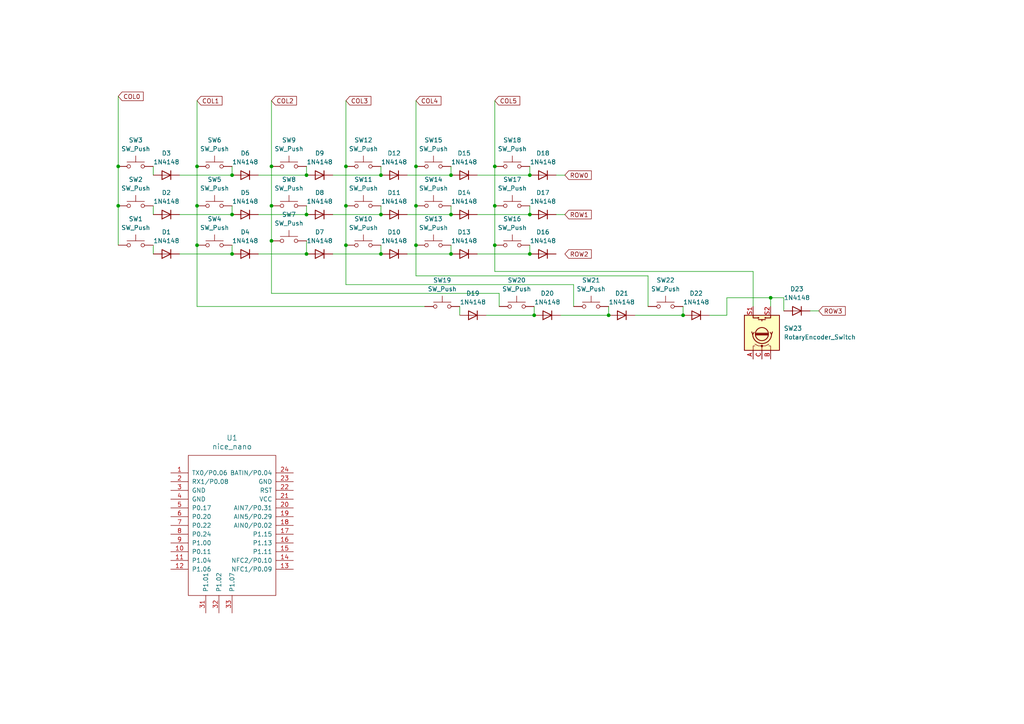
<source format=kicad_sch>
(kicad_sch (version 20231120) (generator "eeschema") (generator_version "8.0")
  (paper "A4")
  (lib_symbols
    (symbol "Device:RotaryEncoder_Switch" (pin_names (offset 0.254) hide)
      (property "Reference" "SW" (at 0 6.604 0))
      (property "Value" "RotaryEncoder_Switch" (at 0 -6.604 0))
      (symbol "RotaryEncoder_Switch_0_1"
        (rectangle (start -5.08 5.08) (end 5.08 -5.08) (stroke (width 0.254)) (fill (type background)))
        (circle (center -3.81 0) (radius 0.254) (fill (type outline)))
        (circle (center -0.381 0) (radius 1.905) (stroke (width 0.254)))
        (arc (start -0.381 2.667) (mid -3.0988 -0.0635) (end -0.381 -2.794) (stroke (width 0.254)))
        (polyline (pts (xy -0.635 -1.778) (xy -0.635 1.778)) (stroke (width 0.254)))
        (polyline (pts (xy -0.381 -1.778) (xy -0.381 1.778)) (stroke (width 0.254)))
        (polyline (pts (xy -0.127 1.778) (xy -0.127 -1.778)) (stroke (width 0.254)))
        (polyline (pts (xy 3.81 0) (xy 3.429 0)) (stroke (width 0.254)))
        (polyline (pts (xy 3.81 1.016) (xy 3.81 -1.016)) (stroke (width 0.254)))
        (polyline (pts (xy -5.08 -2.54) (xy -3.81 -2.54) (xy -3.81 -2.032)))
        (polyline (pts (xy -5.08 2.54) (xy -3.81 2.54) (xy -3.81 2.032)))
        (polyline (pts (xy 0.254 -3.048) (xy -0.508 -2.794) (xy 0.127 -2.413)) (stroke (width 0.254)))
        (polyline (pts (xy 0.254 2.921) (xy -0.508 2.667) (xy 0.127 2.286)) (stroke (width 0.254)))
        (polyline (pts (xy 5.08 -2.54) (xy 4.318 -2.54) (xy 4.318 -1.016)) (stroke (width 0.254)))
        (polyline (pts (xy 5.08 2.54) (xy 4.318 2.54) (xy 4.318 1.016)) (stroke (width 0.254)))
        (polyline (pts (xy -5.08 0) (xy -3.81 0) (xy -3.81 -1.016) (xy -3.302 -2.032)))
        (polyline (pts (xy -4.318 0) (xy -3.81 0) (xy -3.81 1.016) (xy -3.302 2.032)))
        (circle (center 4.318 -1.016) (radius 0.127) (stroke (width 0.254)))
        (circle (center 4.318 1.016) (radius 0.127) (stroke (width 0.254)))
      )
      (symbol "RotaryEncoder_Switch_1_1"
        (pin passive line (at -7.62 2.54 0) (length 2.54) (name "A") (number "A"))
        (pin passive line (at -7.62 -2.54 0) (length 2.54) (name "B") (number "B"))
        (pin passive line (at -7.62 0 0) (length 2.54) (name "C") (number "C"))
        (pin passive line (at 7.62 2.54 180) (length 2.54) (name "S1") (number "S1"))
        (pin passive line (at 7.62 -2.54 180) (length 2.54) (name "S2") (number "S2"))
      )
    )
    (symbol "Diode:1N4148" (pin_numbers hide) (pin_names hide)
      (property "Reference" "D" (at 0 2.54 0))
      (property "Value" "1N4148" (at 0 -2.54 0))
      (symbol "1N4148_0_1"
        (polyline (pts (xy -1.27 1.27) (xy -1.27 -1.27)) (stroke (width 0.254)))
        (polyline (pts (xy 1.27 0) (xy -1.27 0)))
        (polyline (pts (xy 1.27 1.27) (xy 1.27 -1.27) (xy -1.27 0) (xy 1.27 1.27)) (stroke (width 0.254)))
      )
      (symbol "1N4148_1_1"
        (pin passive line (at -3.81 0 0) (length 2.54) (name "K") (number "1"))
        (pin passive line (at 3.81 0 180) (length 2.54) (name "A") (number "2"))
      )
    )
    (symbol "Switch:SW_Push" (pin_numbers hide) (pin_names (offset 1.016) hide)
      (property "Reference" "SW" (at 1.27 2.54 0))
      (property "Value" "SW_Push" (at 0 -1.524 0))
      (symbol "SW_Push_0_1"
        (circle (center -2.032 0) (radius 0.508))
        (polyline (pts (xy 0 1.27) (xy 0 3.048)))
        (polyline (pts (xy 2.54 1.27) (xy -2.54 1.27)))
        (circle (center 2.032 0) (radius 0.508))
        (pin passive line (at -5.08 0 0) (length 2.54) (name "1") (number "1"))
        (pin passive line (at 5.08 0 180) (length 2.54) (name "2") (number "2"))
      )
    )
    (symbol "nice!nano:nice_nano" (pin_names (offset 1.016))
      (property "Reference" "U" (at 0 0 0))
      (property "Value" "nice_nano" (at 0 2.54 0))
      (symbol "nice_nano_0_1"
        (rectangle (start -12.7 -21.59) (end 12.7 19.05))
      )
      (symbol "nice_nano_1_1"
        (pin input line (at -17.78 13.97 0) (length 5.08) (name "TX0/P0.06") (number "1"))
        (pin input line (at -17.78 -8.89 0) (length 5.08) (name "P0.11") (number "10"))
        (pin input line (at -17.78 -11.43 0) (length 5.08) (name "P1.04") (number "11"))
        (pin input line (at -17.78 -13.97 0) (length 5.08) (name "P1.06") (number "12"))
        (pin input line (at 17.78 -13.97 180) (length 5.08) (name "NFC1/P0.09") (number "13"))
        (pin input line (at 17.78 -11.43 180) (length 5.08) (name "NFC2/P0.10") (number "14"))
        (pin input line (at 17.78 -8.89 180) (length 5.08) (name "P1.11") (number "15"))
        (pin input line (at 17.78 -6.35 180) (length 5.08) (name "P1.13") (number "16"))
        (pin input line (at 17.78 -3.81 180) (length 5.08) (name "P1.15") (number "17"))
        (pin input line (at 17.78 -1.27 180) (length 5.08) (name "AIN0/P0.02") (number "18"))
        (pin input line (at 17.78 1.27 180) (length 5.08) (name "AIN5/P0.29") (number "19"))
        (pin input line (at -17.78 11.43 0) (length 5.08) (name "RX1/P0.08") (number "2"))
        (pin input line (at 17.78 3.81 180) (length 5.08) (name "AIN7/P0.31") (number "20"))
        (pin input line (at 17.78 6.35 180) (length 5.08) (name "VCC") (number "21"))
        (pin input line (at 17.78 8.89 180) (length 5.08) (name "RST") (number "22"))
        (pin input line (at 17.78 11.43 180) (length 5.08) (name "GND") (number "23"))
        (pin input line (at 17.78 13.97 180) (length 5.08) (name "BATIN/P0.04") (number "24"))
        (pin input line (at -17.78 8.89 0) (length 5.08) (name "GND") (number "3"))
        (pin input line (at -7.62 -26.67 90) (length 5.08) (name "P1.01") (number "31"))
        (pin input line (at -3.81 -26.67 90) (length 5.08) (name "P1.02") (number "32"))
        (pin input line (at 0 -26.67 90) (length 5.08) (name "P1.07") (number "33"))
        (pin input line (at -17.78 6.35 0) (length 5.08) (name "GND") (number "4"))
        (pin input line (at -17.78 3.81 0) (length 5.08) (name "P0.17") (number "5"))
        (pin input line (at -17.78 1.27 0) (length 5.08) (name "P0.20") (number "6"))
        (pin input line (at -17.78 -1.27 0) (length 5.08) (name "P0.22") (number "7"))
        (pin input line (at -17.78 -3.81 0) (length 5.08) (name "P0.24") (number "8"))
        (pin input line (at -17.78 -6.35 0) (length 5.08) (name "P1.00") (number "9"))
      )
    )
  )
  (junction (at 153.67 50.8))
  (junction (at 120.65 48.26))
  (junction (at 130.81 73.66))
  (junction (at 88.9 73.66))
  (junction (at 78.74 48.26))
  (junction (at 100.33 71.12))
  (junction (at 198.12 91.44))
  (junction (at 100.33 48.26))
  (junction (at 34.29 59.69))
  (junction (at 88.9 50.8))
  (junction (at 57.15 48.26))
  (junction (at 67.31 62.23))
  (junction (at 223.52 86.36))
  (junction (at 110.49 62.23))
  (junction (at 130.81 50.8))
  (junction (at 130.81 62.23))
  (junction (at 176.53 91.44))
  (junction (at 34.29 48.26))
  (junction (at 153.67 73.66))
  (junction (at 154.94 91.44))
  (junction (at 110.49 73.66))
  (junction (at 143.51 59.69))
  (junction (at 78.74 59.69))
  (junction (at 143.51 71.12))
  (junction (at 153.67 62.23))
  (junction (at 120.65 59.69))
  (junction (at 57.15 59.69))
  (junction (at 67.31 50.8))
  (junction (at 88.9 62.23))
  (junction (at 143.51 48.26))
  (junction (at 120.65 71.12))
  (junction (at 78.74 69.85))
  (junction (at 100.33 59.69))
  (junction (at 67.31 73.66))
  (junction (at 110.49 50.8))
  (junction (at 57.15 71.12))
  (wire (pts (xy 162.56 91.44) (xy 176.53 91.44)))
  (wire (pts (xy 223.52 86.36) (xy 227.33 86.36)))
  (wire (pts (xy 138.43 50.8) (xy 153.67 50.8)))
  (wire (pts (xy 110.49 48.26) (xy 110.49 50.8)))
  (wire (pts (xy 57.15 88.9) (xy 123.19 88.9)))
  (wire (pts (xy 143.51 29.21) (xy 143.51 48.26)))
  (wire (pts (xy 120.65 71.12) (xy 120.65 80.01)))
  (wire (pts (xy 88.9 48.26) (xy 88.9 50.8)))
  (wire (pts (xy 57.15 59.69) (xy 57.15 71.12)))
  (wire (pts (xy 52.07 50.8) (xy 67.31 50.8)))
  (wire (pts (xy 52.07 62.23) (xy 67.31 62.23)))
  (wire (pts (xy 143.51 59.69) (xy 143.51 71.12)))
  (wire (pts (xy 130.81 48.26) (xy 130.81 50.8)))
  (wire (pts (xy 118.11 62.23) (xy 130.81 62.23)))
  (wire (pts (xy 100.33 59.69) (xy 100.33 71.12)))
  (wire (pts (xy 223.52 86.36) (xy 223.52 88.9)))
  (wire (pts (xy 34.29 27.94) (xy 34.29 48.26)))
  (wire (pts (xy 34.29 48.26) (xy 34.29 59.69)))
  (wire (pts (xy 67.31 48.26) (xy 67.31 50.8)))
  (wire (pts (xy 67.31 59.69) (xy 67.31 62.23)))
  (wire (pts (xy 88.9 59.69) (xy 88.9 62.23)))
  (wire (pts (xy 118.11 50.8) (xy 130.81 50.8)))
  (wire (pts (xy 133.35 88.9) (xy 133.35 91.44)))
  (wire (pts (xy 78.74 59.69) (xy 78.74 69.85)))
  (wire (pts (xy 227.33 86.36) (xy 227.33 90.17)))
  (wire (pts (xy 153.67 48.26) (xy 153.67 50.8)))
  (wire (pts (xy 234.95 90.17) (xy 237.49 90.17)))
  (wire (pts (xy 57.15 29.21) (xy 57.15 48.26)))
  (wire (pts (xy 198.12 88.9) (xy 198.12 91.44)))
  (wire (pts (xy 110.49 71.12) (xy 110.49 73.66)))
  (wire (pts (xy 143.51 78.74) (xy 218.44 78.74)))
  (wire (pts (xy 52.07 73.66) (xy 67.31 73.66)))
  (wire (pts (xy 184.15 91.44) (xy 198.12 91.44)))
  (wire (pts (xy 187.96 80.01) (xy 187.96 88.9)))
  (wire (pts (xy 74.93 73.66) (xy 88.9 73.66)))
  (wire (pts (xy 161.29 62.23) (xy 163.83 62.23)))
  (wire (pts (xy 78.74 69.85) (xy 78.74 85.09)))
  (wire (pts (xy 96.52 62.23) (xy 110.49 62.23)))
  (wire (pts (xy 210.82 91.44) (xy 210.82 86.36)))
  (wire (pts (xy 130.81 71.12) (xy 130.81 73.66)))
  (wire (pts (xy 74.93 62.23) (xy 88.9 62.23)))
  (wire (pts (xy 44.45 71.12) (xy 44.45 73.66)))
  (wire (pts (xy 120.65 80.01) (xy 187.96 80.01)))
  (wire (pts (xy 144.78 85.09) (xy 144.78 88.9)))
  (wire (pts (xy 57.15 71.12) (xy 57.15 88.9)))
  (wire (pts (xy 44.45 59.69) (xy 44.45 62.23)))
  (wire (pts (xy 138.43 73.66) (xy 153.67 73.66)))
  (wire (pts (xy 120.65 48.26) (xy 120.65 59.69)))
  (wire (pts (xy 143.51 71.12) (xy 143.51 78.74)))
  (wire (pts (xy 110.49 59.69) (xy 110.49 62.23)))
  (wire (pts (xy 100.33 82.55) (xy 166.37 82.55)))
  (wire (pts (xy 176.53 88.9) (xy 176.53 91.44)))
  (wire (pts (xy 166.37 82.55) (xy 166.37 88.9)))
  (wire (pts (xy 67.31 71.12) (xy 67.31 73.66)))
  (wire (pts (xy 153.67 59.69) (xy 153.67 62.23)))
  (wire (pts (xy 100.33 48.26) (xy 100.33 59.69)))
  (wire (pts (xy 78.74 85.09) (xy 144.78 85.09)))
  (wire (pts (xy 100.33 29.21) (xy 100.33 48.26)))
  (wire (pts (xy 118.11 73.66) (xy 130.81 73.66)))
  (wire (pts (xy 120.65 29.21) (xy 120.65 48.26)))
  (wire (pts (xy 205.74 91.44) (xy 210.82 91.44)))
  (wire (pts (xy 138.43 62.23) (xy 153.67 62.23)))
  (wire (pts (xy 100.33 71.12) (xy 100.33 82.55)))
  (wire (pts (xy 44.45 48.26) (xy 44.45 50.8)))
  (wire (pts (xy 78.74 29.21) (xy 78.74 48.26)))
  (wire (pts (xy 143.51 48.26) (xy 143.51 59.69)))
  (wire (pts (xy 161.29 50.8) (xy 163.83 50.8)))
  (wire (pts (xy 153.67 71.12) (xy 153.67 73.66)))
  (wire (pts (xy 78.74 48.26) (xy 78.74 59.69)))
  (wire (pts (xy 34.29 59.69) (xy 34.29 71.12)))
  (wire (pts (xy 96.52 50.8) (xy 110.49 50.8)))
  (wire (pts (xy 88.9 69.85) (xy 88.9 73.66)))
  (wire (pts (xy 57.15 48.26) (xy 57.15 59.69)))
  (wire (pts (xy 120.65 59.69) (xy 120.65 71.12)))
  (wire (pts (xy 96.52 73.66) (xy 110.49 73.66)))
  (wire (pts (xy 154.94 88.9) (xy 154.94 91.44)))
  (wire (pts (xy 210.82 86.36) (xy 223.52 86.36)))
  (wire (pts (xy 130.81 59.69) (xy 130.81 62.23)))
  (wire (pts (xy 218.44 78.74) (xy 218.44 88.9)))
  (wire (pts (xy 140.97 91.44) (xy 154.94 91.44)))
  (wire (pts (xy 74.93 50.8) (xy 88.9 50.8)))
  (global_label "ROW3" (shape input) (at 237.49 90.17 0) (property "Intersheetrefs" "${INTERSHEET_REFS}" (effects (hide yes))))
  (global_label "COL2" (shape input) (at 78.74 29.21 0) (property "Intersheetrefs" "${INTERSHEET_REFS}" (effects (hide yes))))
  (global_label "COL0" (shape input) (at 34.29 27.94 0) (property "Intersheetrefs" "${INTERSHEET_REFS}" (effects (hide yes))))
  (global_label "COL5" (shape input) (at 143.51 29.21 0) (property "Intersheetrefs" "${INTERSHEET_REFS}" (effects (hide yes))))
  (global_label "ROW1" (shape input) (at 163.83 62.23 0) (property "Intersheetrefs" "${INTERSHEET_REFS}" (effects (hide yes))))
  (global_label "ROW2" (shape input) (at 163.83 73.66 0) (property "Intersheetrefs" "${INTERSHEET_REFS}" (effects (hide yes))))
  (global_label "COL3" (shape input) (at 100.33 29.21 0) (property "Intersheetrefs" "${INTERSHEET_REFS}" (effects (hide yes))))
  (global_label "ROW0" (shape input) (at 163.83 50.8 0) (property "Intersheetrefs" "${INTERSHEET_REFS}" (effects (hide yes))))
  (global_label "COL1" (shape input) (at 57.15 29.21 0) (property "Intersheetrefs" "${INTERSHEET_REFS}" (effects (hide yes))))
  (global_label "COL4" (shape input) (at 120.65 29.21 0) (property "Intersheetrefs" "${INTERSHEET_REFS}" (effects (hide yes))))
  (symbol (lib_id "Switch:SW_Push") (at 125.73 71.12 0) (unit 1)
    (property "Reference" "SW13" (at 125.73 63.5 0))
    (property "Value" "SW_Push" (at 125.73 66.04 0))
    (property "Footprint" "mx_switches:Kailh_socket_MX_reversible" (effects (hide yes)))
    (property "Description" "Push button switch, generic, two pins" (effects (hide yes)))
  )
  (symbol (lib_id "Diode:1N4148") (at 114.3 73.66 180) (unit 1)
    (property "Reference" "D10" (at 114.3 67.31 0))
    (property "Value" "1N4148" (at 114.3 69.85 0))
    (property "Footprint" "Diode_THT:D_DO-35_SOD27_P7.62mm_Horizontal" (effects (hide yes)))
    (property "Datasheet" "https://assets.nexperia.com/documents/data-sheet/1N4148_1N4448.pdf" (effects (hide yes)))
    (property "Description" "100V 0.15A standard switching diode, DO-35" (effects (hide yes)))
    (property "Sim.Device" "D" (effects (hide yes)))
    (property "Sim.Pins" "1=K 2=A" (effects (hide yes)))
  )
  (symbol (lib_id "Switch:SW_Push") (at 83.82 69.85 0) (unit 1)
    (property "Reference" "SW7" (at 83.82 62.23 0))
    (property "Value" "SW_Push" (at 83.82 64.77 0))
    (property "Footprint" "mx_switches:Kailh_socket_MX_reversible" (effects (hide yes)))
    (property "Description" "Push button switch, generic, two pins" (effects (hide yes)))
  )
  (symbol (lib_id "Switch:SW_Push") (at 62.23 71.12 0) (unit 1)
    (property "Reference" "SW4" (at 62.23 63.5 0))
    (property "Value" "SW_Push" (at 62.23 66.04 0))
    (property "Footprint" "mx_switches:Kailh_socket_MX_reversible" (effects (hide yes)))
    (property "Description" "Push button switch, generic, two pins" (effects (hide yes)))
  )
  (symbol (lib_id "Diode:1N4148") (at 92.71 73.66 180) (unit 1)
    (property "Reference" "D7" (at 92.71 67.31 0))
    (property "Value" "1N4148" (at 92.71 69.85 0))
    (property "Footprint" "Diode_THT:D_DO-35_SOD27_P7.62mm_Horizontal" (effects (hide yes)))
    (property "Datasheet" "https://assets.nexperia.com/documents/data-sheet/1N4148_1N4448.pdf" (effects (hide yes)))
    (property "Description" "100V 0.15A standard switching diode, DO-35" (effects (hide yes)))
    (property "Sim.Device" "D" (effects (hide yes)))
    (property "Sim.Pins" "1=K 2=A" (effects (hide yes)))
  )
  (symbol (lib_id "Switch:SW_Push") (at 39.37 71.12 0) (unit 1)
    (property "Reference" "SW1" (at 39.37 63.5 0))
    (property "Value" "SW_Push" (at 39.37 66.04 0))
    (property "Footprint" "mx_switches:Kailh_socket_MX_reversible" (effects (hide yes)))
    (property "Description" "Push button switch, generic, two pins" (effects (hide yes)))
  )
  (symbol (lib_id "Switch:SW_Push") (at 105.41 48.26 0) (unit 1)
    (property "Reference" "SW12" (at 105.41 40.64 0))
    (property "Value" "SW_Push" (at 105.41 43.18 0))
    (property "Footprint" "mx_switches:Kailh_socket_MX_reversible" (effects (hide yes)))
    (property "Description" "Push button switch, generic, two pins" (effects (hide yes)))
  )
  (symbol (lib_id "Diode:1N4148") (at 231.14 90.17 180) (unit 1)
    (property "Reference" "D23" (at 231.14 83.82 0))
    (property "Value" "1N4148" (at 231.14 86.36 0))
    (property "Footprint" "Diode_THT:D_DO-35_SOD27_P7.62mm_Horizontal" (effects (hide yes)))
    (property "Datasheet" "https://assets.nexperia.com/documents/data-sheet/1N4148_1N4448.pdf" (effects (hide yes)))
    (property "Description" "100V 0.15A standard switching diode, DO-35" (effects (hide yes)))
    (property "Sim.Device" "D" (effects (hide yes)))
    (property "Sim.Pins" "1=K 2=A" (effects (hide yes)))
  )
  (symbol (lib_id "Switch:SW_Push") (at 39.37 59.69 0) (unit 1)
    (property "Reference" "SW2" (at 39.37 52.07 0))
    (property "Value" "SW_Push" (at 39.37 54.61 0))
    (property "Footprint" "mx_switches:Kailh_socket_MX_reversible" (effects (hide yes)))
    (property "Description" "Push button switch, generic, two pins" (effects (hide yes)))
  )
  (symbol (lib_id "Diode:1N4148") (at 158.75 91.44 180) (unit 1)
    (property "Reference" "D20" (at 158.75 85.09 0))
    (property "Value" "1N4148" (at 158.75 87.63 0))
    (property "Footprint" "Diode_THT:D_DO-35_SOD27_P7.62mm_Horizontal" (effects (hide yes)))
    (property "Datasheet" "https://assets.nexperia.com/documents/data-sheet/1N4148_1N4448.pdf" (effects (hide yes)))
    (property "Description" "100V 0.15A standard switching diode, DO-35" (effects (hide yes)))
    (property "Sim.Device" "D" (effects (hide yes)))
    (property "Sim.Pins" "1=K 2=A" (effects (hide yes)))
  )
  (symbol (lib_id "Switch:SW_Push") (at 62.23 59.69 0) (unit 1)
    (property "Reference" "SW5" (at 62.23 52.07 0))
    (property "Value" "SW_Push" (at 62.23 54.61 0))
    (property "Footprint" "mx_switches:Kailh_socket_MX_reversible" (effects (hide yes)))
    (property "Description" "Push button switch, generic, two pins" (effects (hide yes)))
  )
  (symbol (lib_id "Diode:1N4148") (at 71.12 62.23 180) (unit 1)
    (property "Reference" "D5" (at 71.12 55.88 0))
    (property "Value" "1N4148" (at 71.12 58.42 0))
    (property "Footprint" "Diode_THT:D_DO-35_SOD27_P7.62mm_Horizontal" (effects (hide yes)))
    (property "Datasheet" "https://assets.nexperia.com/documents/data-sheet/1N4148_1N4448.pdf" (effects (hide yes)))
    (property "Description" "100V 0.15A standard switching diode, DO-35" (effects (hide yes)))
    (property "Sim.Device" "D" (effects (hide yes)))
    (property "Sim.Pins" "1=K 2=A" (effects (hide yes)))
  )
  (symbol (lib_id "Switch:SW_Push") (at 83.82 48.26 0) (unit 1)
    (property "Reference" "SW9" (at 83.82 40.64 0))
    (property "Value" "SW_Push" (at 83.82 43.18 0))
    (property "Footprint" "mx_switches:Kailh_socket_MX_reversible" (effects (hide yes)))
    (property "Description" "Push button switch, generic, two pins" (effects (hide yes)))
  )
  (symbol (lib_id "Diode:1N4148") (at 48.26 50.8 180) (unit 1)
    (property "Reference" "D3" (at 48.26 44.45 0))
    (property "Value" "1N4148" (at 48.26 46.99 0))
    (property "Footprint" "Diode_THT:D_DO-35_SOD27_P7.62mm_Horizontal" (effects (hide yes)))
    (property "Datasheet" "https://assets.nexperia.com/documents/data-sheet/1N4148_1N4448.pdf" (effects (hide yes)))
    (property "Description" "100V 0.15A standard switching diode, DO-35" (effects (hide yes)))
    (property "Sim.Device" "D" (effects (hide yes)))
    (property "Sim.Pins" "1=K 2=A" (effects (hide yes)))
  )
  (symbol (lib_id "Switch:SW_Push") (at 148.59 59.69 0) (unit 1)
    (property "Reference" "SW17" (at 148.59 52.07 0))
    (property "Value" "SW_Push" (at 148.59 54.61 0))
    (property "Footprint" "mx_switches:Kailh_socket_MX_reversible" (effects (hide yes)))
    (property "Description" "Push button switch, generic, two pins" (effects (hide yes)))
  )
  (symbol (lib_id "Diode:1N4148") (at 201.93 91.44 180) (unit 1)
    (property "Reference" "D22" (at 201.93 85.09 0))
    (property "Value" "1N4148" (at 201.93 87.63 0))
    (property "Footprint" "Diode_THT:D_DO-35_SOD27_P7.62mm_Horizontal" (effects (hide yes)))
    (property "Datasheet" "https://assets.nexperia.com/documents/data-sheet/1N4148_1N4448.pdf" (effects (hide yes)))
    (property "Description" "100V 0.15A standard switching diode, DO-35" (effects (hide yes)))
    (property "Sim.Device" "D" (effects (hide yes)))
    (property "Sim.Pins" "1=K 2=A" (effects (hide yes)))
  )
  (symbol (lib_id "Switch:SW_Push") (at 149.86 88.9 0) (unit 1)
    (property "Reference" "SW20" (at 149.86 81.28 0))
    (property "Value" "SW_Push" (at 149.86 83.82 0))
    (property "Footprint" "mx_switches:Kailh_socket_MX_reversible" (effects (hide yes)))
    (property "Description" "Push button switch, generic, two pins" (effects (hide yes)))
  )
  (symbol (lib_id "Switch:SW_Push") (at 171.45 88.9 0) (unit 1)
    (property "Reference" "SW21" (at 171.45 81.28 0))
    (property "Value" "SW_Push" (at 171.45 83.82 0))
    (property "Footprint" "mx_switches:Kailh_socket_MX_reversible" (effects (hide yes)))
    (property "Description" "Push button switch, generic, two pins" (effects (hide yes)))
  )
  (symbol (lib_id "Diode:1N4148") (at 134.62 73.66 180) (unit 1)
    (property "Reference" "D13" (at 134.62 67.31 0))
    (property "Value" "1N4148" (at 134.62 69.85 0))
    (property "Footprint" "Diode_THT:D_DO-35_SOD27_P7.62mm_Horizontal" (effects (hide yes)))
    (property "Datasheet" "https://assets.nexperia.com/documents/data-sheet/1N4148_1N4448.pdf" (effects (hide yes)))
    (property "Description" "100V 0.15A standard switching diode, DO-35" (effects (hide yes)))
    (property "Sim.Device" "D" (effects (hide yes)))
    (property "Sim.Pins" "1=K 2=A" (effects (hide yes)))
  )
  (symbol (lib_id "Diode:1N4148") (at 157.48 73.66 180) (unit 1)
    (property "Reference" "D16" (at 157.48 67.31 0))
    (property "Value" "1N4148" (at 157.48 69.85 0))
    (property "Footprint" "Diode_THT:D_DO-35_SOD27_P7.62mm_Horizontal" (effects (hide yes)))
    (property "Datasheet" "https://assets.nexperia.com/documents/data-sheet/1N4148_1N4448.pdf" (effects (hide yes)))
    (property "Description" "100V 0.15A standard switching diode, DO-35" (effects (hide yes)))
    (property "Sim.Device" "D" (effects (hide yes)))
    (property "Sim.Pins" "1=K 2=A" (effects (hide yes)))
  )
  (symbol (lib_id "Diode:1N4148") (at 71.12 73.66 180) (unit 1)
    (property "Reference" "D4" (at 71.12 67.31 0))
    (property "Value" "1N4148" (at 71.12 69.85 0))
    (property "Footprint" "Diode_THT:D_DO-35_SOD27_P7.62mm_Horizontal" (effects (hide yes)))
    (property "Datasheet" "https://assets.nexperia.com/documents/data-sheet/1N4148_1N4448.pdf" (effects (hide yes)))
    (property "Description" "100V 0.15A standard switching diode, DO-35" (effects (hide yes)))
    (property "Sim.Device" "D" (effects (hide yes)))
    (property "Sim.Pins" "1=K 2=A" (effects (hide yes)))
  )
  (symbol (lib_id "Switch:SW_Push") (at 193.04 88.9 0) (unit 1)
    (property "Reference" "SW22" (at 193.04 81.28 0))
    (property "Value" "SW_Push" (at 193.04 83.82 0))
    (property "Footprint" "mx_switches:Kailh_socket_MX_reversible" (effects (hide yes)))
    (property "Description" "Push button switch, generic, two pins" (effects (hide yes)))
  )
  (symbol (lib_id "Switch:SW_Push") (at 148.59 71.12 0) (unit 1)
    (property "Reference" "SW16" (at 148.59 63.5 0))
    (property "Value" "SW_Push" (at 148.59 66.04 0))
    (property "Footprint" "mx_switches:Kailh_socket_MX_reversible" (effects (hide yes)))
    (property "Description" "Push button switch, generic, two pins" (effects (hide yes)))
  )
  (symbol (lib_id "Diode:1N4148") (at 137.16 91.44 180) (unit 1)
    (property "Reference" "D19" (at 137.16 85.09 0))
    (property "Value" "1N4148" (at 137.16 87.63 0))
    (property "Footprint" "Diode_THT:D_DO-35_SOD27_P7.62mm_Horizontal" (effects (hide yes)))
    (property "Datasheet" "https://assets.nexperia.com/documents/data-sheet/1N4148_1N4448.pdf" (effects (hide yes)))
    (property "Description" "100V 0.15A standard switching diode, DO-35" (effects (hide yes)))
    (property "Sim.Device" "D" (effects (hide yes)))
    (property "Sim.Pins" "1=K 2=A" (effects (hide yes)))
  )
  (symbol (lib_id "Diode:1N4148") (at 134.62 62.23 180) (unit 1)
    (property "Reference" "D14" (at 134.62 55.88 0))
    (property "Value" "1N4148" (at 134.62 58.42 0))
    (property "Footprint" "Diode_THT:D_DO-35_SOD27_P7.62mm_Horizontal" (effects (hide yes)))
    (property "Datasheet" "https://assets.nexperia.com/documents/data-sheet/1N4148_1N4448.pdf" (effects (hide yes)))
    (property "Description" "100V 0.15A standard switching diode, DO-35" (effects (hide yes)))
    (property "Sim.Device" "D" (effects (hide yes)))
    (property "Sim.Pins" "1=K 2=A" (effects (hide yes)))
  )
  (symbol (lib_id "Diode:1N4148") (at 48.26 73.66 180) (unit 1)
    (property "Reference" "D1" (at 48.26 67.31 0))
    (property "Value" "1N4148" (at 48.26 69.85 0))
    (property "Footprint" "Diode_THT:D_DO-35_SOD27_P7.62mm_Horizontal" (effects (hide yes)))
    (property "Datasheet" "https://assets.nexperia.com/documents/data-sheet/1N4148_1N4448.pdf" (effects (hide yes)))
    (property "Description" "100V 0.15A standard switching diode, DO-35" (effects (hide yes)))
    (property "Sim.Device" "D" (effects (hide yes)))
    (property "Sim.Pins" "1=K 2=A" (effects (hide yes)))
  )
  (symbol (lib_id "Diode:1N4148") (at 114.3 50.8 180) (unit 1)
    (property "Reference" "D12" (at 114.3 44.45 0))
    (property "Value" "1N4148" (at 114.3 46.99 0))
    (property "Footprint" "Diode_THT:D_DO-35_SOD27_P7.62mm_Horizontal" (effects (hide yes)))
    (property "Datasheet" "https://assets.nexperia.com/documents/data-sheet/1N4148_1N4448.pdf" (effects (hide yes)))
    (property "Description" "100V 0.15A standard switching diode, DO-35" (effects (hide yes)))
    (property "Sim.Device" "D" (effects (hide yes)))
    (property "Sim.Pins" "1=K 2=A" (effects (hide yes)))
  )
  (symbol (lib_id "Switch:SW_Push") (at 39.37 48.26 0) (unit 1)
    (property "Reference" "SW3" (at 39.37 40.64 0))
    (property "Value" "SW_Push" (at 39.37 43.18 0))
    (property "Footprint" "mx_switches:Kailh_socket_MX_reversible" (effects (hide yes)))
    (property "Description" "Push button switch, generic, two pins" (effects (hide yes)))
  )
  (symbol (lib_id "Diode:1N4148") (at 114.3 62.23 180) (unit 1)
    (property "Reference" "D11" (at 114.3 55.88 0))
    (property "Value" "1N4148" (at 114.3 58.42 0))
    (property "Footprint" "Diode_THT:D_DO-35_SOD27_P7.62mm_Horizontal" (effects (hide yes)))
    (property "Datasheet" "https://assets.nexperia.com/documents/data-sheet/1N4148_1N4448.pdf" (effects (hide yes)))
    (property "Description" "100V 0.15A standard switching diode, DO-35" (effects (hide yes)))
    (property "Sim.Device" "D" (effects (hide yes)))
    (property "Sim.Pins" "1=K 2=A" (effects (hide yes)))
  )
  (symbol (lib_id "Switch:SW_Push") (at 105.41 71.12 0) (unit 1)
    (property "Reference" "SW10" (at 105.41 63.5 0))
    (property "Value" "SW_Push" (at 105.41 66.04 0))
    (property "Footprint" "mx_switches:Kailh_socket_MX_reversible" (effects (hide yes)))
    (property "Description" "Push button switch, generic, two pins" (effects (hide yes)))
  )
  (symbol (lib_id "Switch:SW_Push") (at 105.41 59.69 0) (unit 1)
    (property "Reference" "SW11" (at 105.41 52.07 0))
    (property "Value" "SW_Push" (at 105.41 54.61 0))
    (property "Footprint" "mx_switches:Kailh_socket_MX_reversible" (effects (hide yes)))
    (property "Description" "Push button switch, generic, two pins" (effects (hide yes)))
  )
  (symbol (lib_id "Diode:1N4148") (at 157.48 50.8 180) (unit 1)
    (property "Reference" "D18" (at 157.48 44.45 0))
    (property "Value" "1N4148" (at 157.48 46.99 0))
    (property "Footprint" "Diode_THT:D_DO-35_SOD27_P7.62mm_Horizontal" (effects (hide yes)))
    (property "Datasheet" "https://assets.nexperia.com/documents/data-sheet/1N4148_1N4448.pdf" (effects (hide yes)))
    (property "Description" "100V 0.15A standard switching diode, DO-35" (effects (hide yes)))
    (property "Sim.Device" "D" (effects (hide yes)))
    (property "Sim.Pins" "1=K 2=A" (effects (hide yes)))
  )
  (symbol (lib_id "Switch:SW_Push") (at 125.73 48.26 0) (unit 1)
    (property "Reference" "SW15" (at 125.73 40.64 0))
    (property "Value" "SW_Push" (at 125.73 43.18 0))
    (property "Footprint" "mx_switches:Kailh_socket_MX_reversible" (effects (hide yes)))
    (property "Description" "Push button switch, generic, two pins" (effects (hide yes)))
  )
  (symbol (lib_id "Switch:SW_Push") (at 148.59 48.26 0) (unit 1)
    (property "Reference" "SW18" (at 148.59 40.64 0))
    (property "Value" "SW_Push" (at 148.59 43.18 0))
    (property "Footprint" "mx_switches:Kailh_socket_MX_reversible" (effects (hide yes)))
    (property "Description" "Push button switch, generic, two pins" (effects (hide yes)))
  )
  (symbol (lib_id "nice!nano:nice_nano") (at 67.31 151.13 0) (unit 1)
    (property "Reference" "U1" (at 67.31 127 0) (effects (font (size 1.524 1.524))))
    (property "Value" "nice_nano" (at 67.31 129.54 0) (effects (font (size 1.524 1.524))))
    (property "Footprint" "tdkeys:nice_nano" (effects (hide yes)))
  )
  (symbol (lib_id "Diode:1N4148") (at 92.71 50.8 180) (unit 1)
    (property "Reference" "D9" (at 92.71 44.45 0))
    (property "Value" "1N4148" (at 92.71 46.99 0))
    (property "Footprint" "Diode_THT:D_DO-35_SOD27_P7.62mm_Horizontal" (effects (hide yes)))
    (property "Datasheet" "https://assets.nexperia.com/documents/data-sheet/1N4148_1N4448.pdf" (effects (hide yes)))
    (property "Description" "100V 0.15A standard switching diode, DO-35" (effects (hide yes)))
    (property "Sim.Device" "D" (effects (hide yes)))
    (property "Sim.Pins" "1=K 2=A" (effects (hide yes)))
  )
  (symbol (lib_id "Diode:1N4148") (at 180.34 91.44 180) (unit 1)
    (property "Reference" "D21" (at 180.34 85.09 0))
    (property "Value" "1N4148" (at 180.34 87.63 0))
    (property "Footprint" "Diode_THT:D_DO-35_SOD27_P7.62mm_Horizontal" (effects (hide yes)))
    (property "Datasheet" "https://assets.nexperia.com/documents/data-sheet/1N4148_1N4448.pdf" (effects (hide yes)))
    (property "Description" "100V 0.15A standard switching diode, DO-35" (effects (hide yes)))
    (property "Sim.Device" "D" (effects (hide yes)))
    (property "Sim.Pins" "1=K 2=A" (effects (hide yes)))
  )
  (symbol (lib_id "Diode:1N4148") (at 92.71 62.23 180) (unit 1)
    (property "Reference" "D8" (at 92.71 55.88 0))
    (property "Value" "1N4148" (at 92.71 58.42 0))
    (property "Footprint" "Diode_THT:D_DO-35_SOD27_P7.62mm_Horizontal" (effects (hide yes)))
    (property "Datasheet" "https://assets.nexperia.com/documents/data-sheet/1N4148_1N4448.pdf" (effects (hide yes)))
    (property "Description" "100V 0.15A standard switching diode, DO-35" (effects (hide yes)))
    (property "Sim.Device" "D" (effects (hide yes)))
    (property "Sim.Pins" "1=K 2=A" (effects (hide yes)))
  )
  (symbol (lib_id "Diode:1N4148") (at 71.12 50.8 180) (unit 1)
    (property "Reference" "D6" (at 71.12 44.45 0))
    (property "Value" "1N4148" (at 71.12 46.99 0))
    (property "Footprint" "Diode_THT:D_DO-35_SOD27_P7.62mm_Horizontal" (effects (hide yes)))
    (property "Datasheet" "https://assets.nexperia.com/documents/data-sheet/1N4148_1N4448.pdf" (effects (hide yes)))
    (property "Description" "100V 0.15A standard switching diode, DO-35" (effects (hide yes)))
    (property "Sim.Device" "D" (effects (hide yes)))
    (property "Sim.Pins" "1=K 2=A" (effects (hide yes)))
  )
  (symbol (lib_id "Device:RotaryEncoder_Switch") (at 220.98 96.52 90) (unit 1)
    (property "Reference" "SW23" (at 227.33 95.2499 90) (effects (justify right)))
    (property "Value" "RotaryEncoder_Switch" (at 227.33 97.7899 90) (effects (justify right)))
    (property "Footprint" "keebio:RotaryEncoder_Alps_EC11E-Switch_Vertical_H20mm" (effects (hide yes)))
    (property "Description" "Rotary encoder, dual channel, incremental quadrate outputs, with switch" (effects (hide yes)))
  )
  (symbol (lib_id "Diode:1N4148") (at 157.48 62.23 180) (unit 1)
    (property "Reference" "D17" (at 157.48 55.88 0))
    (property "Value" "1N4148" (at 157.48 58.42 0))
    (property "Footprint" "Diode_THT:D_DO-35_SOD27_P7.62mm_Horizontal" (effects (hide yes)))
    (property "Datasheet" "https://assets.nexperia.com/documents/data-sheet/1N4148_1N4448.pdf" (effects (hide yes)))
    (property "Description" "100V 0.15A standard switching diode, DO-35" (effects (hide yes)))
    (property "Sim.Device" "D" (effects (hide yes)))
    (property "Sim.Pins" "1=K 2=A" (effects (hide yes)))
  )
  (symbol (lib_id "Diode:1N4148") (at 134.62 50.8 180) (unit 1)
    (property "Reference" "D15" (at 134.62 44.45 0))
    (property "Value" "1N4148" (at 134.62 46.99 0))
    (property "Footprint" "Diode_THT:D_DO-35_SOD27_P7.62mm_Horizontal" (effects (hide yes)))
    (property "Datasheet" "https://assets.nexperia.com/documents/data-sheet/1N4148_1N4448.pdf" (effects (hide yes)))
    (property "Description" "100V 0.15A standard switching diode, DO-35" (effects (hide yes)))
    (property "Sim.Device" "D" (effects (hide yes)))
    (property "Sim.Pins" "1=K 2=A" (effects (hide yes)))
  )
  (symbol (lib_id "Switch:SW_Push") (at 62.23 48.26 0) (unit 1)
    (property "Reference" "SW6" (at 62.23 40.64 0))
    (property "Value" "SW_Push" (at 62.23 43.18 0))
    (property "Footprint" "mx_switches:Kailh_socket_MX_reversible" (effects (hide yes)))
    (property "Description" "Push button switch, generic, two pins" (effects (hide yes)))
  )
  (symbol (lib_id "Switch:SW_Push") (at 128.27 88.9 0) (unit 1)
    (property "Reference" "SW19" (at 128.27 81.28 0))
    (property "Value" "SW_Push" (at 128.27 83.82 0))
    (property "Footprint" "mx_switches:Kailh_socket_MX_reversible" (effects (hide yes)))
    (property "Description" "Push button switch, generic, two pins" (effects (hide yes)))
  )
  (symbol (lib_id "Diode:1N4148") (at 48.26 62.23 180) (unit 1)
    (property "Reference" "D2" (at 48.26 55.88 0))
    (property "Value" "1N4148" (at 48.26 58.42 0))
    (property "Footprint" "Diode_THT:D_DO-35_SOD27_P7.62mm_Horizontal" (effects (hide yes)))
    (property "Datasheet" "https://assets.nexperia.com/documents/data-sheet/1N4148_1N4448.pdf" (effects (hide yes)))
    (property "Description" "100V 0.15A standard switching diode, DO-35" (effects (hide yes)))
    (property "Sim.Device" "D" (effects (hide yes)))
    (property "Sim.Pins" "1=K 2=A" (effects (hide yes)))
  )
  (symbol (lib_id "Switch:SW_Push") (at 83.82 59.69 0) (unit 1)
    (property "Reference" "SW8" (at 83.82 52.07 0))
    (property "Value" "SW_Push" (at 83.82 54.61 0))
    (property "Footprint" "mx_switches:Kailh_socket_MX_reversible" (effects (hide yes)))
    (property "Description" "Push button switch, generic, two pins" (effects (hide yes)))
  )
  (symbol (lib_id "Switch:SW_Push") (at 125.73 59.69 0) (unit 1)
    (property "Reference" "SW14" (at 125.73 52.07 0))
    (property "Value" "SW_Push" (at 125.73 54.61 0))
    (property "Footprint" "mx_switches:Kailh_socket_MX_reversible" (effects (hide yes)))
    (property "Description" "Push button switch, generic, two pins" (effects (hide yes)))
  )
)
</source>
